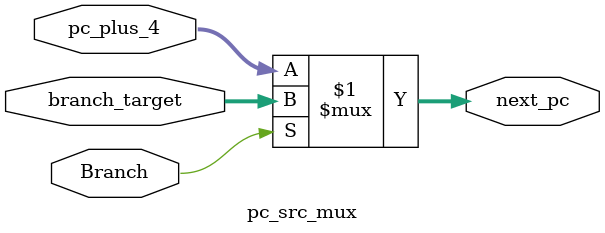
<source format=v>
`timescale 1ns / 1ps

module pc_src_mux (
    input  wire [31:0] pc_plus_4,       
    input  wire [31:0] branch_target,   
    input  wire        Branch,          // control signal if branch is taken
    output wire [31:0] next_pc          
);
    assign next_pc = (Branch) ? branch_target : pc_plus_4;

endmodule

</source>
